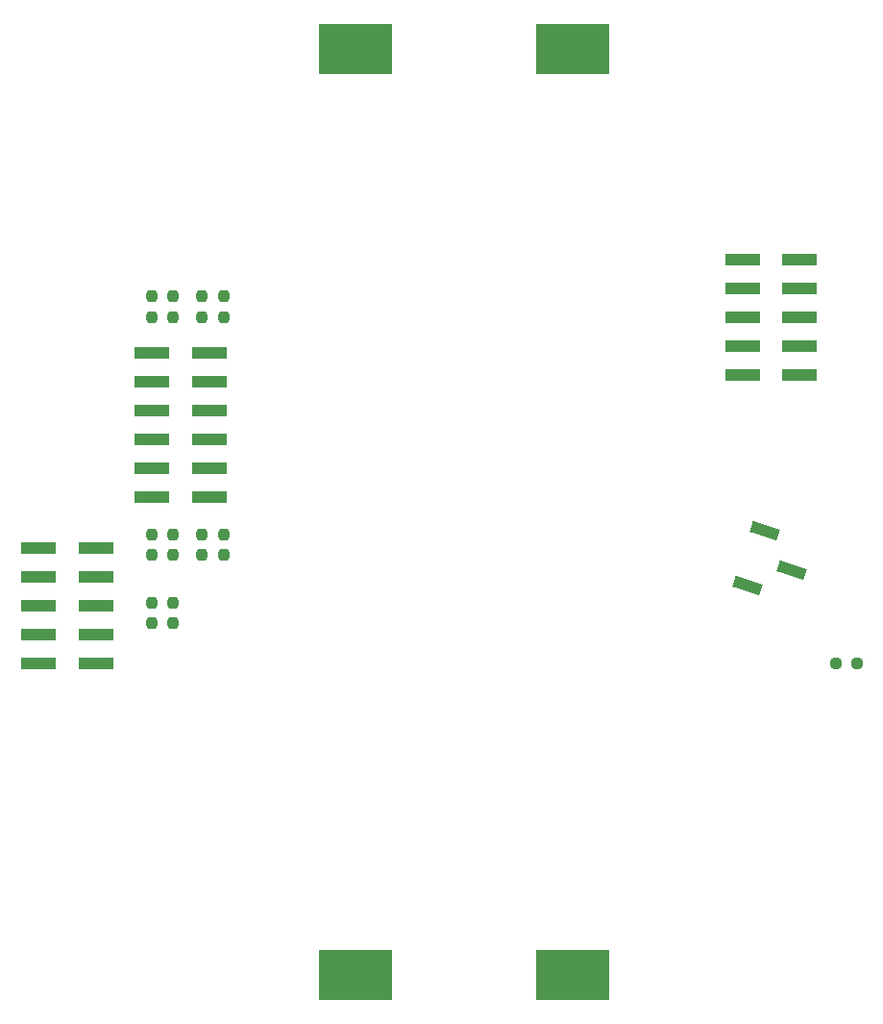
<source format=gbr>
%TF.GenerationSoftware,KiCad,Pcbnew,(6.0.2)*%
%TF.CreationDate,2022-05-01T12:50:51-07:00*%
%TF.ProjectId,controller,636f6e74-726f-46c6-9c65-722e6b696361,rev?*%
%TF.SameCoordinates,Original*%
%TF.FileFunction,Paste,Bot*%
%TF.FilePolarity,Positive*%
%FSLAX46Y46*%
G04 Gerber Fmt 4.6, Leading zero omitted, Abs format (unit mm)*
G04 Created by KiCad (PCBNEW (6.0.2)) date 2022-05-01 12:50:51*
%MOMM*%
%LPD*%
G01*
G04 APERTURE LIST*
G04 Aperture macros list*
%AMRoundRect*
0 Rectangle with rounded corners*
0 $1 Rounding radius*
0 $2 $3 $4 $5 $6 $7 $8 $9 X,Y pos of 4 corners*
0 Add a 4 corners polygon primitive as box body*
4,1,4,$2,$3,$4,$5,$6,$7,$8,$9,$2,$3,0*
0 Add four circle primitives for the rounded corners*
1,1,$1+$1,$2,$3*
1,1,$1+$1,$4,$5*
1,1,$1+$1,$6,$7*
1,1,$1+$1,$8,$9*
0 Add four rect primitives between the rounded corners*
20,1,$1+$1,$2,$3,$4,$5,0*
20,1,$1+$1,$4,$5,$6,$7,0*
20,1,$1+$1,$6,$7,$8,$9,0*
20,1,$1+$1,$8,$9,$2,$3,0*%
%AMRotRect*
0 Rectangle, with rotation*
0 The origin of the aperture is its center*
0 $1 length*
0 $2 width*
0 $3 Rotation angle, in degrees counterclockwise*
0 Add horizontal line*
21,1,$1,$2,0,0,$3*%
G04 Aperture macros list end*
%ADD10R,3.150000X1.000000*%
%ADD11R,6.500000X4.400000*%
%ADD12RoundRect,0.237500X0.237500X-0.250000X0.237500X0.250000X-0.237500X0.250000X-0.237500X-0.250000X0*%
%ADD13RotRect,2.510000X1.000000X342.000000*%
%ADD14RoundRect,0.237500X0.250000X0.237500X-0.250000X0.237500X-0.250000X-0.237500X0.250000X-0.237500X0*%
G04 APERTURE END LIST*
D10*
%TO.C,J4*%
X121500000Y-88300000D03*
X116450000Y-88300000D03*
X121500000Y-90840000D03*
X116450000Y-90840000D03*
X121500000Y-93380000D03*
X116450000Y-93380000D03*
X121500000Y-95920000D03*
X116450000Y-95920000D03*
X121500000Y-98460000D03*
X116450000Y-98460000D03*
%TD*%
D11*
%TO.C,BT1*%
X163480000Y-125840000D03*
X163480000Y-44340000D03*
X144380000Y-44340000D03*
X144380000Y-125840000D03*
%TD*%
D10*
%TO.C,J6*%
X131445000Y-71120000D03*
X126395000Y-71120000D03*
X131445000Y-73660000D03*
X126395000Y-73660000D03*
X131445000Y-76200000D03*
X126395000Y-76200000D03*
X131445000Y-78740000D03*
X126395000Y-78740000D03*
X131445000Y-81280000D03*
X126395000Y-81280000D03*
X131445000Y-83820000D03*
X126395000Y-83820000D03*
%TD*%
D12*
%TO.C,R9*%
X128270000Y-88900000D03*
X128270000Y-87075000D03*
%TD*%
%TO.C,R2*%
X130810000Y-67945000D03*
X130810000Y-66120000D03*
%TD*%
%TO.C,R1*%
X132715000Y-67945000D03*
X132715000Y-66120000D03*
%TD*%
%TO.C,R3*%
X128270000Y-67945000D03*
X128270000Y-66120000D03*
%TD*%
%TO.C,R5*%
X132715000Y-88900000D03*
X132715000Y-87075000D03*
%TD*%
D10*
%TO.C,J5*%
X183485000Y-62865000D03*
X178435000Y-62865000D03*
X183485000Y-65405000D03*
X178435000Y-65405000D03*
X183485000Y-67945000D03*
X178435000Y-67945000D03*
X183485000Y-70485000D03*
X178435000Y-70485000D03*
X183485000Y-73025000D03*
X178435000Y-73025000D03*
%TD*%
D13*
%TO.C,J7*%
X178863991Y-91593355D03*
X182796892Y-90200518D03*
X180433798Y-86761988D03*
%TD*%
D12*
%TO.C,R12*%
X126365000Y-94892500D03*
X126365000Y-93067500D03*
%TD*%
%TO.C,R4*%
X126365000Y-67945000D03*
X126365000Y-66120000D03*
%TD*%
D14*
%TO.C,R19*%
X188515000Y-98425000D03*
X186690000Y-98425000D03*
%TD*%
D12*
%TO.C,R10*%
X126365000Y-88900000D03*
X126365000Y-87075000D03*
%TD*%
%TO.C,R11*%
X128270000Y-94892500D03*
X128270000Y-93067500D03*
%TD*%
%TO.C,R8*%
X130810000Y-88900000D03*
X130810000Y-87075000D03*
%TD*%
M02*

</source>
